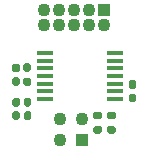
<source format=gbr>
%TF.GenerationSoftware,KiCad,Pcbnew,(5.1.8)-1*%
%TF.CreationDate,2021-09-09T14:13:13-04:00*%
%TF.ProjectId,IR_TEMP_V1,49525f54-454d-4505-9f56-312e6b696361,rev?*%
%TF.SameCoordinates,Original*%
%TF.FileFunction,Soldermask,Top*%
%TF.FilePolarity,Negative*%
%FSLAX46Y46*%
G04 Gerber Fmt 4.6, Leading zero omitted, Abs format (unit mm)*
G04 Created by KiCad (PCBNEW (5.1.8)-1) date 2021-09-09 14:13:13*
%MOMM*%
%LPD*%
G01*
G04 APERTURE LIST*
%ADD10C,1.100000*%
%ADD11R,1.100000X1.100000*%
%ADD12R,1.475000X0.450000*%
G04 APERTURE END LIST*
D10*
%TO.C,U1*%
X183648022Y-60731978D03*
X181851978Y-60731978D03*
X181851978Y-62528022D03*
D11*
X183648022Y-62528022D03*
%TD*%
%TO.C,R2*%
G36*
G01*
X179200000Y-56770000D02*
X178880000Y-56770000D01*
G75*
G02*
X178720000Y-56610000I0J160000D01*
G01*
X178720000Y-56215000D01*
G75*
G02*
X178880000Y-56055000I160000J0D01*
G01*
X179200000Y-56055000D01*
G75*
G02*
X179360000Y-56215000I0J-160000D01*
G01*
X179360000Y-56610000D01*
G75*
G02*
X179200000Y-56770000I-160000J0D01*
G01*
G37*
G36*
G01*
X179200000Y-57965000D02*
X178880000Y-57965000D01*
G75*
G02*
X178720000Y-57805000I0J160000D01*
G01*
X178720000Y-57410000D01*
G75*
G02*
X178880000Y-57250000I160000J0D01*
G01*
X179200000Y-57250000D01*
G75*
G02*
X179360000Y-57410000I0J-160000D01*
G01*
X179360000Y-57805000D01*
G75*
G02*
X179200000Y-57965000I-160000J0D01*
G01*
G37*
%TD*%
%TO.C,R1*%
G36*
G01*
X185350000Y-60300000D02*
X185350000Y-60620000D01*
G75*
G02*
X185190000Y-60780000I-160000J0D01*
G01*
X184795000Y-60780000D01*
G75*
G02*
X184635000Y-60620000I0J160000D01*
G01*
X184635000Y-60300000D01*
G75*
G02*
X184795000Y-60140000I160000J0D01*
G01*
X185190000Y-60140000D01*
G75*
G02*
X185350000Y-60300000I0J-160000D01*
G01*
G37*
G36*
G01*
X186545000Y-60300000D02*
X186545000Y-60620000D01*
G75*
G02*
X186385000Y-60780000I-160000J0D01*
G01*
X185990000Y-60780000D01*
G75*
G02*
X185830000Y-60620000I0J160000D01*
G01*
X185830000Y-60300000D01*
G75*
G02*
X185990000Y-60140000I160000J0D01*
G01*
X186385000Y-60140000D01*
G75*
G02*
X186545000Y-60300000I0J-160000D01*
G01*
G37*
%TD*%
D10*
%TO.C,J1*%
X180490000Y-52800000D03*
X180490000Y-51530000D03*
X181760000Y-52800000D03*
X181760000Y-51530000D03*
X183030000Y-52800000D03*
X183030000Y-51530000D03*
X184300000Y-52800000D03*
X184300000Y-51530000D03*
X185570000Y-52800000D03*
D11*
X185570000Y-51530000D03*
%TD*%
D12*
%TO.C,IC1*%
X180572000Y-59060000D03*
X180572000Y-58410000D03*
X180572000Y-57760000D03*
X180572000Y-57110000D03*
X180572000Y-56460000D03*
X180572000Y-55810000D03*
X180572000Y-55160000D03*
X186448000Y-55160000D03*
X186448000Y-55810000D03*
X186448000Y-56460000D03*
X186448000Y-57110000D03*
X186448000Y-57760000D03*
X186448000Y-58410000D03*
X186448000Y-59060000D03*
%TD*%
%TO.C,C5*%
G36*
G01*
X178245000Y-56810000D02*
X177935000Y-56810000D01*
G75*
G02*
X177780000Y-56655000I0J155000D01*
G01*
X177780000Y-56230000D01*
G75*
G02*
X177935000Y-56075000I155000J0D01*
G01*
X178245000Y-56075000D01*
G75*
G02*
X178400000Y-56230000I0J-155000D01*
G01*
X178400000Y-56655000D01*
G75*
G02*
X178245000Y-56810000I-155000J0D01*
G01*
G37*
G36*
G01*
X178245000Y-57945000D02*
X177935000Y-57945000D01*
G75*
G02*
X177780000Y-57790000I0J155000D01*
G01*
X177780000Y-57365000D01*
G75*
G02*
X177935000Y-57210000I155000J0D01*
G01*
X178245000Y-57210000D01*
G75*
G02*
X178400000Y-57365000I0J-155000D01*
G01*
X178400000Y-57790000D01*
G75*
G02*
X178245000Y-57945000I-155000J0D01*
G01*
G37*
%TD*%
%TO.C,C4*%
G36*
G01*
X185390000Y-61525000D02*
X185390000Y-61835000D01*
G75*
G02*
X185235000Y-61990000I-155000J0D01*
G01*
X184810000Y-61990000D01*
G75*
G02*
X184655000Y-61835000I0J155000D01*
G01*
X184655000Y-61525000D01*
G75*
G02*
X184810000Y-61370000I155000J0D01*
G01*
X185235000Y-61370000D01*
G75*
G02*
X185390000Y-61525000I0J-155000D01*
G01*
G37*
G36*
G01*
X186525000Y-61525000D02*
X186525000Y-61835000D01*
G75*
G02*
X186370000Y-61990000I-155000J0D01*
G01*
X185945000Y-61990000D01*
G75*
G02*
X185790000Y-61835000I0J155000D01*
G01*
X185790000Y-61525000D01*
G75*
G02*
X185945000Y-61370000I155000J0D01*
G01*
X186370000Y-61370000D01*
G75*
G02*
X186525000Y-61525000I0J-155000D01*
G01*
G37*
%TD*%
%TO.C,C3*%
G36*
G01*
X187805000Y-58610000D02*
X188115000Y-58610000D01*
G75*
G02*
X188270000Y-58765000I0J-155000D01*
G01*
X188270000Y-59190000D01*
G75*
G02*
X188115000Y-59345000I-155000J0D01*
G01*
X187805000Y-59345000D01*
G75*
G02*
X187650000Y-59190000I0J155000D01*
G01*
X187650000Y-58765000D01*
G75*
G02*
X187805000Y-58610000I155000J0D01*
G01*
G37*
G36*
G01*
X187805000Y-57475000D02*
X188115000Y-57475000D01*
G75*
G02*
X188270000Y-57630000I0J-155000D01*
G01*
X188270000Y-58055000D01*
G75*
G02*
X188115000Y-58210000I-155000J0D01*
G01*
X187805000Y-58210000D01*
G75*
G02*
X187650000Y-58055000I0J155000D01*
G01*
X187650000Y-57630000D01*
G75*
G02*
X187805000Y-57475000I155000J0D01*
G01*
G37*
%TD*%
%TO.C,C2*%
G36*
G01*
X179235000Y-59700000D02*
X178925000Y-59700000D01*
G75*
G02*
X178770000Y-59545000I0J155000D01*
G01*
X178770000Y-59120000D01*
G75*
G02*
X178925000Y-58965000I155000J0D01*
G01*
X179235000Y-58965000D01*
G75*
G02*
X179390000Y-59120000I0J-155000D01*
G01*
X179390000Y-59545000D01*
G75*
G02*
X179235000Y-59700000I-155000J0D01*
G01*
G37*
G36*
G01*
X179235000Y-60835000D02*
X178925000Y-60835000D01*
G75*
G02*
X178770000Y-60680000I0J155000D01*
G01*
X178770000Y-60255000D01*
G75*
G02*
X178925000Y-60100000I155000J0D01*
G01*
X179235000Y-60100000D01*
G75*
G02*
X179390000Y-60255000I0J-155000D01*
G01*
X179390000Y-60680000D01*
G75*
G02*
X179235000Y-60835000I-155000J0D01*
G01*
G37*
%TD*%
%TO.C,C1*%
G36*
G01*
X178265000Y-59700000D02*
X177955000Y-59700000D01*
G75*
G02*
X177800000Y-59545000I0J155000D01*
G01*
X177800000Y-59120000D01*
G75*
G02*
X177955000Y-58965000I155000J0D01*
G01*
X178265000Y-58965000D01*
G75*
G02*
X178420000Y-59120000I0J-155000D01*
G01*
X178420000Y-59545000D01*
G75*
G02*
X178265000Y-59700000I-155000J0D01*
G01*
G37*
G36*
G01*
X178265000Y-60835000D02*
X177955000Y-60835000D01*
G75*
G02*
X177800000Y-60680000I0J155000D01*
G01*
X177800000Y-60255000D01*
G75*
G02*
X177955000Y-60100000I155000J0D01*
G01*
X178265000Y-60100000D01*
G75*
G02*
X178420000Y-60255000I0J-155000D01*
G01*
X178420000Y-60680000D01*
G75*
G02*
X178265000Y-60835000I-155000J0D01*
G01*
G37*
%TD*%
M02*

</source>
